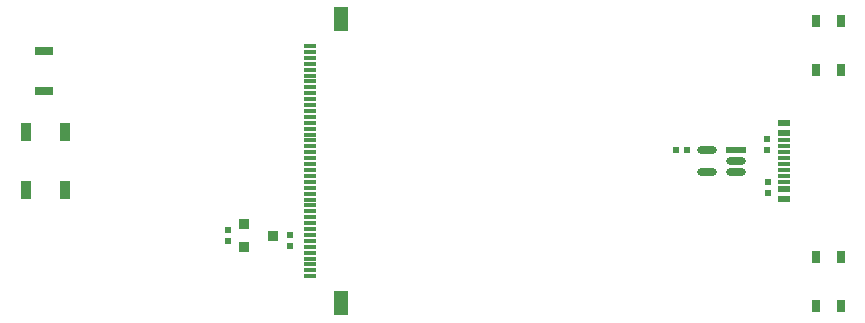
<source format=gbp>
G04*
G04 #@! TF.GenerationSoftware,Altium Limited,Altium Designer,23.1.1 (15)*
G04*
G04 Layer_Color=128*
%FSLAX25Y25*%
%MOIN*%
G70*
G04*
G04 #@! TF.SameCoordinates,379D8D2B-01B5-4923-9211-1CC0BA53C839*
G04*
G04*
G04 #@! TF.FilePolarity,Positive*
G04*
G01*
G75*
G04:AMPARAMS|DCode=16|XSize=21.65mil|YSize=19.68mil|CornerRadius=2.46mil|HoleSize=0mil|Usage=FLASHONLY|Rotation=270.000|XOffset=0mil|YOffset=0mil|HoleType=Round|Shape=RoundedRectangle|*
%AMROUNDEDRECTD16*
21,1,0.02165,0.01476,0,0,270.0*
21,1,0.01673,0.01968,0,0,270.0*
1,1,0.00492,-0.00738,-0.00837*
1,1,0.00492,-0.00738,0.00837*
1,1,0.00492,0.00738,0.00837*
1,1,0.00492,0.00738,-0.00837*
%
%ADD16ROUNDEDRECTD16*%
G04:AMPARAMS|DCode=17|XSize=21.65mil|YSize=19.68mil|CornerRadius=2.46mil|HoleSize=0mil|Usage=FLASHONLY|Rotation=0.000|XOffset=0mil|YOffset=0mil|HoleType=Round|Shape=RoundedRectangle|*
%AMROUNDEDRECTD17*
21,1,0.02165,0.01476,0,0,0.0*
21,1,0.01673,0.01968,0,0,0.0*
1,1,0.00492,0.00837,-0.00738*
1,1,0.00492,-0.00837,-0.00738*
1,1,0.00492,-0.00837,0.00738*
1,1,0.00492,0.00837,0.00738*
%
%ADD17ROUNDEDRECTD17*%
%ADD51R,0.03937X0.01181*%
%ADD52R,0.03740X0.03543*%
%ADD53R,0.06721X0.02425*%
G04:AMPARAMS|DCode=54|XSize=67.21mil|YSize=24.25mil|CornerRadius=12.12mil|HoleSize=0mil|Usage=FLASHONLY|Rotation=180.000|XOffset=0mil|YOffset=0mil|HoleType=Round|Shape=RoundedRectangle|*
%AMROUNDEDRECTD54*
21,1,0.06721,0.00000,0,0,180.0*
21,1,0.04296,0.02425,0,0,180.0*
1,1,0.02425,-0.02148,0.00000*
1,1,0.02425,0.02148,0.00000*
1,1,0.02425,0.02148,0.00000*
1,1,0.02425,-0.02148,0.00000*
%
%ADD54ROUNDEDRECTD54*%
%ADD55R,0.06299X0.03150*%
%ADD56R,0.03543X0.05906*%
%ADD57R,0.04488X0.02362*%
%ADD58R,0.04488X0.01181*%
%ADD59R,0.02559X0.04134*%
%ADD60R,0.05118X0.07874*%
D16*
X493728Y283500D02*
D03*
X497272D02*
D03*
D17*
X344500Y256772D02*
D03*
Y253228D02*
D03*
X365000Y255272D02*
D03*
X524500Y272772D02*
D03*
Y269228D02*
D03*
X524000Y287272D02*
D03*
Y283728D02*
D03*
X365000Y251728D02*
D03*
D51*
X371559Y255248D02*
D03*
Y241469D02*
D03*
Y243437D02*
D03*
Y245406D02*
D03*
Y247374D02*
D03*
Y249342D02*
D03*
Y251311D02*
D03*
Y253279D02*
D03*
Y257217D02*
D03*
Y259185D02*
D03*
Y261154D02*
D03*
Y263122D02*
D03*
Y265090D02*
D03*
Y267059D02*
D03*
Y269028D02*
D03*
Y270996D02*
D03*
Y272965D02*
D03*
Y274933D02*
D03*
Y276902D02*
D03*
Y278870D02*
D03*
Y280839D02*
D03*
Y282807D02*
D03*
Y284776D02*
D03*
Y286744D02*
D03*
Y288713D02*
D03*
Y290681D02*
D03*
Y292650D02*
D03*
Y294618D02*
D03*
Y296587D02*
D03*
Y298555D02*
D03*
Y300524D02*
D03*
Y302492D02*
D03*
Y304461D02*
D03*
Y306429D02*
D03*
Y308398D02*
D03*
Y310366D02*
D03*
Y312335D02*
D03*
Y314303D02*
D03*
Y316272D02*
D03*
Y318240D02*
D03*
D52*
X349579Y258740D02*
D03*
Y251260D02*
D03*
X359421Y255000D02*
D03*
D53*
X513581Y283594D02*
D03*
D54*
Y279854D02*
D03*
Y276114D02*
D03*
X504128D02*
D03*
Y283594D02*
D03*
D55*
X283000Y303307D02*
D03*
Y316693D02*
D03*
D56*
X289996Y289500D02*
D03*
X277004D02*
D03*
Y270209D02*
D03*
X289996D02*
D03*
D57*
X529799Y267256D02*
D03*
Y270406D02*
D03*
Y289303D02*
D03*
Y292453D02*
D03*
D58*
Y272965D02*
D03*
Y274933D02*
D03*
Y276902D02*
D03*
Y278870D02*
D03*
Y286744D02*
D03*
Y284776D02*
D03*
Y282807D02*
D03*
Y280839D02*
D03*
D59*
X540268Y326539D02*
D03*
Y310201D02*
D03*
X548732Y326539D02*
D03*
Y310201D02*
D03*
X540268Y247799D02*
D03*
Y231461D02*
D03*
X548732Y247799D02*
D03*
Y231461D02*
D03*
D60*
X382189Y232413D02*
D03*
Y327295D02*
D03*
M02*

</source>
